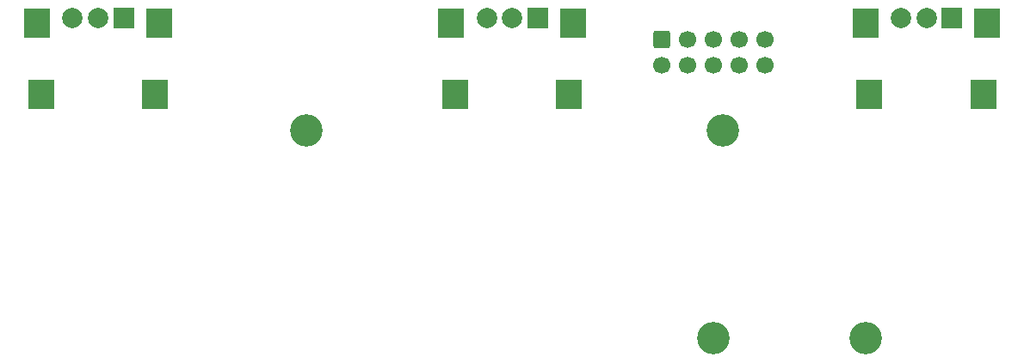
<source format=gbr>
%TF.GenerationSoftware,KiCad,Pcbnew,8.0.8*%
%TF.CreationDate,2025-04-07T15:23:35+02:00*%
%TF.ProjectId,tv25-btn+Rot,74763235-2d62-4746-9e2b-526f742e6b69,rev?*%
%TF.SameCoordinates,Original*%
%TF.FileFunction,Soldermask,Bot*%
%TF.FilePolarity,Negative*%
%FSLAX46Y46*%
G04 Gerber Fmt 4.6, Leading zero omitted, Abs format (unit mm)*
G04 Created by KiCad (PCBNEW 8.0.8) date 2025-04-07 15:23:35*
%MOMM*%
%LPD*%
G01*
G04 APERTURE LIST*
G04 Aperture macros list*
%AMRoundRect*
0 Rectangle with rounded corners*
0 $1 Rounding radius*
0 $2 $3 $4 $5 $6 $7 $8 $9 X,Y pos of 4 corners*
0 Add a 4 corners polygon primitive as box body*
4,1,4,$2,$3,$4,$5,$6,$7,$8,$9,$2,$3,0*
0 Add four circle primitives for the rounded corners*
1,1,$1+$1,$2,$3*
1,1,$1+$1,$4,$5*
1,1,$1+$1,$6,$7*
1,1,$1+$1,$8,$9*
0 Add four rect primitives between the rounded corners*
20,1,$1+$1,$2,$3,$4,$5,0*
20,1,$1+$1,$4,$5,$6,$7,0*
20,1,$1+$1,$6,$7,$8,$9,0*
20,1,$1+$1,$8,$9,$2,$3,0*%
G04 Aperture macros list end*
%ADD10R,2.500000X3.000000*%
%ADD11R,2.000000X2.000000*%
%ADD12C,2.000000*%
%ADD13C,3.200000*%
%ADD14RoundRect,0.250000X-0.600000X0.600000X-0.600000X-0.600000X0.600000X-0.600000X0.600000X0.600000X0*%
%ADD15C,1.700000*%
G04 APERTURE END LIST*
D10*
%TO.C,SW9*%
X166250000Y-43950000D03*
X154250000Y-43950000D03*
X165850000Y-50950000D03*
X154650000Y-50950000D03*
D11*
X162750000Y-43450000D03*
D12*
X157750000Y-43450000D03*
X160250000Y-43450000D03*
%TD*%
D13*
%TO.C,H2*%
X181000000Y-54500000D03*
%TD*%
%TO.C,H1*%
X140000000Y-54500000D03*
%TD*%
%TO.C,H4*%
X180000000Y-75000000D03*
%TD*%
%TO.C,H3*%
X195000000Y-75000000D03*
%TD*%
D10*
%TO.C,SW7*%
X207000000Y-43950000D03*
X195000000Y-43950000D03*
X206600000Y-50950000D03*
X195400000Y-50950000D03*
D11*
X203500000Y-43450000D03*
D12*
X198500000Y-43450000D03*
X201000000Y-43450000D03*
%TD*%
D10*
%TO.C,SW8*%
X125500000Y-43950000D03*
X113500000Y-43950000D03*
X125100000Y-50950000D03*
X113900000Y-50950000D03*
D11*
X122000000Y-43450000D03*
D12*
X117000000Y-43450000D03*
X119500000Y-43450000D03*
%TD*%
D14*
%TO.C,J1*%
X174920000Y-45500000D03*
D15*
X174920000Y-48040000D03*
X177460000Y-45500000D03*
X177460000Y-48040000D03*
X180000000Y-45500000D03*
X180000000Y-48040000D03*
X182540000Y-45500000D03*
X182540000Y-48040000D03*
X185080000Y-45500000D03*
X185080000Y-48040000D03*
%TD*%
M02*

</source>
